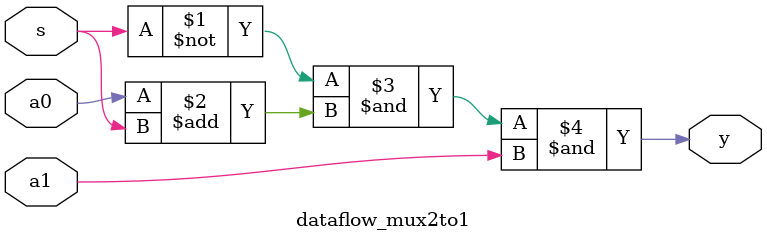
<source format=v>
`timescale 1ns / 1ps

module dataflow_mux2to1(
    input s,a0,a1,
    output y
);
    assign y=~s&a0+s&a1;
    //assign y=s?a1:a0;
endmodule

</source>
